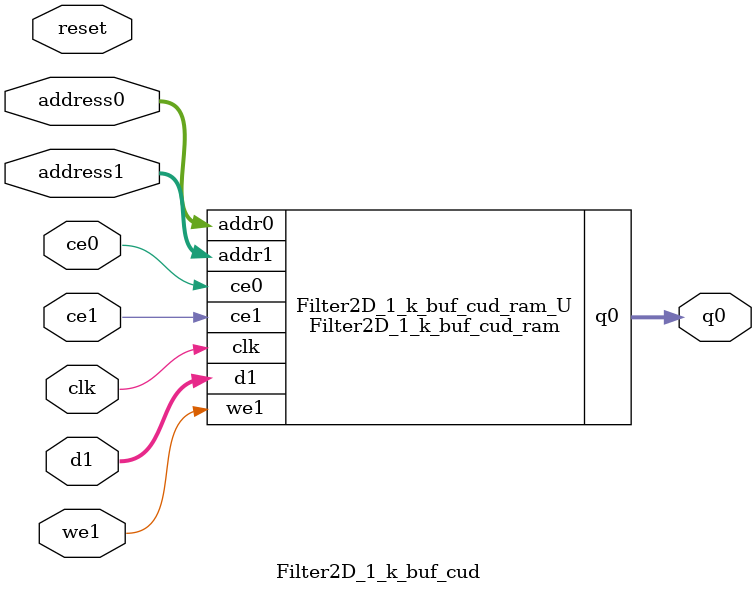
<source format=v>

`timescale 1 ns / 1 ps
module Filter2D_1_k_buf_cud_ram (addr0, ce0, q0, addr1, ce1, d1, we1,  clk);

parameter DWIDTH = 8;
parameter AWIDTH = 11;
parameter MEM_SIZE = 1920;

input[AWIDTH-1:0] addr0;
input ce0;
output reg[DWIDTH-1:0] q0;
input[AWIDTH-1:0] addr1;
input ce1;
input[DWIDTH-1:0] d1;
input we1;
input clk;

(* ram_style = "block" *)reg [DWIDTH-1:0] ram[0:MEM_SIZE-1];




always @(posedge clk)  
begin 
    if (ce0) 
    begin
            q0 <= ram[addr0];
    end
end


always @(posedge clk)  
begin 
    if (ce1) 
    begin
        if (we1) 
        begin 
            ram[addr1] <= d1; 
        end 
    end
end


endmodule


`timescale 1 ns / 1 ps
module Filter2D_1_k_buf_cud(
    reset,
    clk,
    address0,
    ce0,
    q0,
    address1,
    ce1,
    we1,
    d1);

parameter DataWidth = 32'd8;
parameter AddressRange = 32'd1920;
parameter AddressWidth = 32'd11;
input reset;
input clk;
input[AddressWidth - 1:0] address0;
input ce0;
output[DataWidth - 1:0] q0;
input[AddressWidth - 1:0] address1;
input ce1;
input we1;
input[DataWidth - 1:0] d1;



Filter2D_1_k_buf_cud_ram Filter2D_1_k_buf_cud_ram_U(
    .clk( clk ),
    .addr0( address0 ),
    .ce0( ce0 ),
    .q0( q0 ),
    .addr1( address1 ),
    .ce1( ce1 ),
    .d1( d1 ),
    .we1( we1 ));

endmodule


</source>
